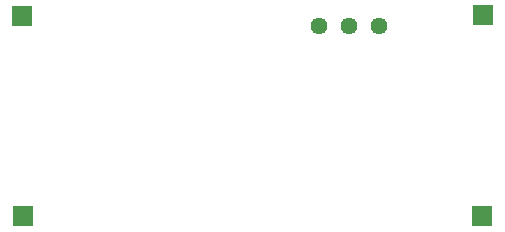
<source format=gbr>
G04 #@! TF.GenerationSoftware,KiCad,Pcbnew,9.0.6*
G04 #@! TF.CreationDate,2025-12-27T09:51:03+05:30*
G04 #@! TF.ProjectId,BC- LM2596 -ADJ,42432d20-4c4d-4323-9539-36202d41444a,rev?*
G04 #@! TF.SameCoordinates,Original*
G04 #@! TF.FileFunction,Soldermask,Bot*
G04 #@! TF.FilePolarity,Negative*
%FSLAX46Y46*%
G04 Gerber Fmt 4.6, Leading zero omitted, Abs format (unit mm)*
G04 Created by KiCad (PCBNEW 9.0.6) date 2025-12-27 09:51:03*
%MOMM*%
%LPD*%
G01*
G04 APERTURE LIST*
%ADD10R,1.700000X1.700000*%
%ADD11C,1.440000*%
G04 APERTURE END LIST*
D10*
X127000000Y-102000000D03*
X127100000Y-118975000D03*
D11*
X157180000Y-102850000D03*
X154640000Y-102850000D03*
X152100000Y-102850000D03*
D10*
X165925000Y-118900000D03*
X166000000Y-101950000D03*
M02*

</source>
